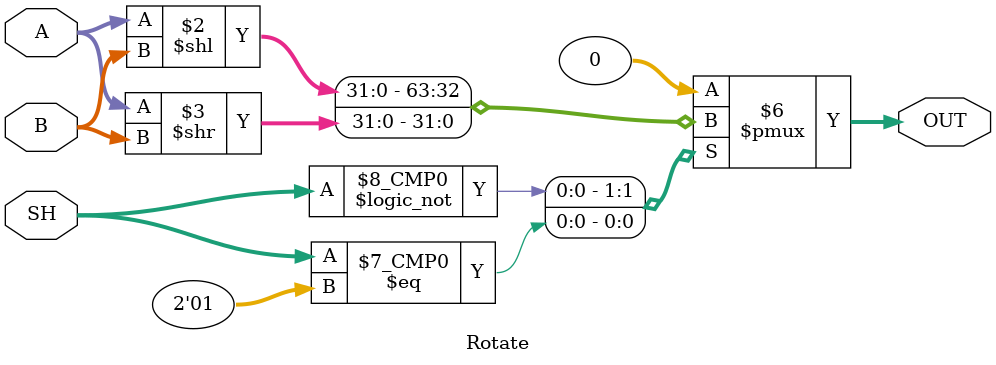
<source format=v>
`timescale 1ns / 1ps
module Rotate(
    output reg[31:0] OUT,
	 input [1:0] SH,
    input [31:0] A,
    input [4:0] B
    );
	 
	always @ (*) begin
		case (SH)
			2'b00: OUT = A << B;
			2'b01: OUT = A >> B;
			default: OUT = 32'b0;
		endcase
	end
	
	initial begin OUT = 32'b0; end
	
endmodule

</source>
